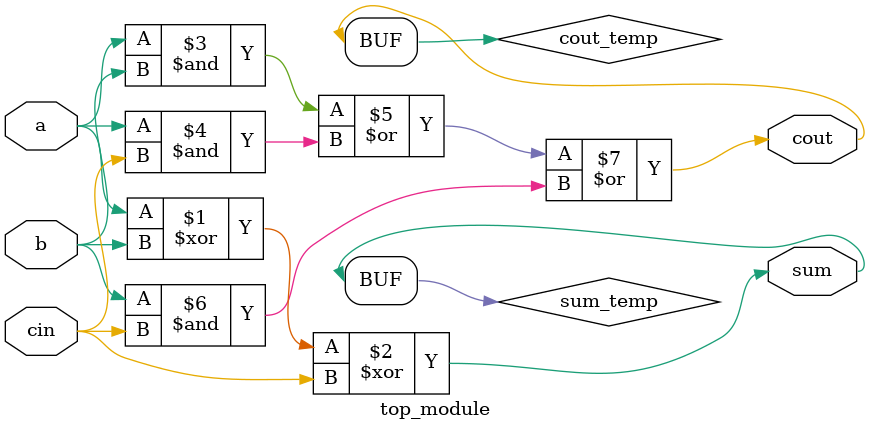
<source format=sv>
module top_module (
    input a,
    input b,
    input cin,
    output cout,
    output sum
);

    wire sum_temp, cout_temp;

    // Implement the full adder logic
    assign sum_temp = a ^ b ^ cin;
    assign cout_temp = (a & b) | (a & cin) | (b & cin);

    // Assign the outputs
    assign sum = sum_temp;
    assign cout = cout_temp;

endmodule

</source>
